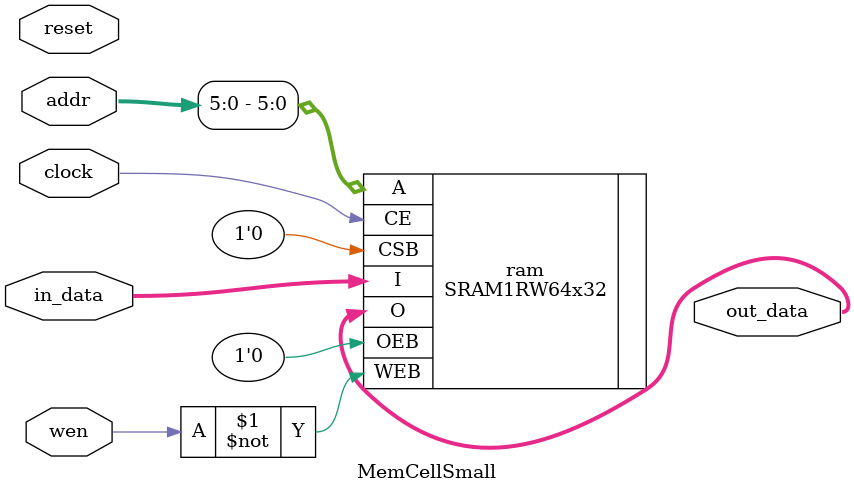
<source format=v>
module MemCell (
    input clock,
    input reset,
    input [6:0] addr1,
    input [31:0] in_data1,
    output [31:0] out_data1,
    input wen1,

    input [6:0] addr2,
    output [31:0] out_data2
);

    // RAM
    SRAM2RW128x32 ram(.A1(addr1),.A2(addr2),.CE1(clock),.CE2(clock),.WEB1(~wen1),
        .WEB2(1'b1),.OEB1(1'b0),.OEB2(1'b0),.CSB1(1'b0),.CSB2(1'b0),.I1(in_data1),.I2(32'b0),.O1(out_data1),.O2(out_data2));

endmodule

module MemCellSmall (
    input clock,
    input reset,
    input [6:0] addr,
    input [31:0] in_data,
    output [31:0] out_data,
    input wen
);

    // RAM
    SRAM1RW64x32 ram(.A(addr[5:0]),.CE(clock),.WEB(~wen),.OEB(1'b0),.CSB(1'b0),.I(in_data),.O(out_data));

endmodule
</source>
